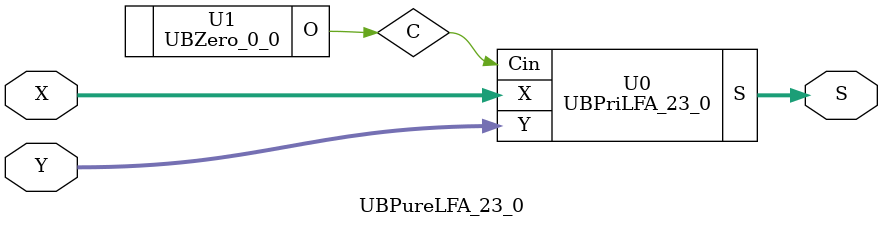
<source format=v>
/*----------------------------------------------------------------------------
  Copyright (c) 2021 Homma laboratory. All rights reserved.

  Top module: UBLFA_23_0_23_0

  Operand-1 length: 24
  Operand-2 length: 24
  Two-operand addition algorithm: Ladner-Fischer adder
----------------------------------------------------------------------------*/

module GPGenerator(Go, Po, A, B);
  output Go;
  output Po;
  input A;
  input B;
  assign Go = A & B;
  assign Po = A ^ B;
endmodule

module CarryOperator(Go, Po, Gi1, Pi1, Gi2, Pi2);
  output Go;
  output Po;
  input Gi1;
  input Gi2;
  input Pi1;
  input Pi2;
  assign Go = Gi1 | ( Gi2 & Pi1 );
  assign Po = Pi1 & Pi2;
endmodule

module UBPriLFA_23_0(S, X, Y, Cin);
  output [24:0] S;
  input Cin;
  input [23:0] X;
  input [23:0] Y;
  wire [23:0] G0;
  wire [23:0] G1;
  wire [23:0] G2;
  wire [23:0] G3;
  wire [23:0] G4;
  wire [23:0] G5;
  wire [23:0] P0;
  wire [23:0] P1;
  wire [23:0] P2;
  wire [23:0] P3;
  wire [23:0] P4;
  wire [23:0] P5;
  assign P1[0] = P0[0];
  assign G1[0] = G0[0];
  assign P1[2] = P0[2];
  assign G1[2] = G0[2];
  assign P1[4] = P0[4];
  assign G1[4] = G0[4];
  assign P1[6] = P0[6];
  assign G1[6] = G0[6];
  assign P1[8] = P0[8];
  assign G1[8] = G0[8];
  assign P1[10] = P0[10];
  assign G1[10] = G0[10];
  assign P1[12] = P0[12];
  assign G1[12] = G0[12];
  assign P1[14] = P0[14];
  assign G1[14] = G0[14];
  assign P1[16] = P0[16];
  assign G1[16] = G0[16];
  assign P1[18] = P0[18];
  assign G1[18] = G0[18];
  assign P1[20] = P0[20];
  assign G1[20] = G0[20];
  assign P1[22] = P0[22];
  assign G1[22] = G0[22];
  assign P2[0] = P1[0];
  assign G2[0] = G1[0];
  assign P2[1] = P1[1];
  assign G2[1] = G1[1];
  assign P2[4] = P1[4];
  assign G2[4] = G1[4];
  assign P2[5] = P1[5];
  assign G2[5] = G1[5];
  assign P2[8] = P1[8];
  assign G2[8] = G1[8];
  assign P2[9] = P1[9];
  assign G2[9] = G1[9];
  assign P2[12] = P1[12];
  assign G2[12] = G1[12];
  assign P2[13] = P1[13];
  assign G2[13] = G1[13];
  assign P2[16] = P1[16];
  assign G2[16] = G1[16];
  assign P2[17] = P1[17];
  assign G2[17] = G1[17];
  assign P2[20] = P1[20];
  assign G2[20] = G1[20];
  assign P2[21] = P1[21];
  assign G2[21] = G1[21];
  assign P3[0] = P2[0];
  assign G3[0] = G2[0];
  assign P3[1] = P2[1];
  assign G3[1] = G2[1];
  assign P3[2] = P2[2];
  assign G3[2] = G2[2];
  assign P3[3] = P2[3];
  assign G3[3] = G2[3];
  assign P3[8] = P2[8];
  assign G3[8] = G2[8];
  assign P3[9] = P2[9];
  assign G3[9] = G2[9];
  assign P3[10] = P2[10];
  assign G3[10] = G2[10];
  assign P3[11] = P2[11];
  assign G3[11] = G2[11];
  assign P3[16] = P2[16];
  assign G3[16] = G2[16];
  assign P3[17] = P2[17];
  assign G3[17] = G2[17];
  assign P3[18] = P2[18];
  assign G3[18] = G2[18];
  assign P3[19] = P2[19];
  assign G3[19] = G2[19];
  assign P4[0] = P3[0];
  assign G4[0] = G3[0];
  assign P4[1] = P3[1];
  assign G4[1] = G3[1];
  assign P4[2] = P3[2];
  assign G4[2] = G3[2];
  assign P4[3] = P3[3];
  assign G4[3] = G3[3];
  assign P4[4] = P3[4];
  assign G4[4] = G3[4];
  assign P4[5] = P3[5];
  assign G4[5] = G3[5];
  assign P4[6] = P3[6];
  assign G4[6] = G3[6];
  assign P4[7] = P3[7];
  assign G4[7] = G3[7];
  assign P4[16] = P3[16];
  assign G4[16] = G3[16];
  assign P4[17] = P3[17];
  assign G4[17] = G3[17];
  assign P4[18] = P3[18];
  assign G4[18] = G3[18];
  assign P4[19] = P3[19];
  assign G4[19] = G3[19];
  assign P4[20] = P3[20];
  assign G4[20] = G3[20];
  assign P4[21] = P3[21];
  assign G4[21] = G3[21];
  assign P4[22] = P3[22];
  assign G4[22] = G3[22];
  assign P4[23] = P3[23];
  assign G4[23] = G3[23];
  assign P5[0] = P4[0];
  assign G5[0] = G4[0];
  assign P5[1] = P4[1];
  assign G5[1] = G4[1];
  assign P5[2] = P4[2];
  assign G5[2] = G4[2];
  assign P5[3] = P4[3];
  assign G5[3] = G4[3];
  assign P5[4] = P4[4];
  assign G5[4] = G4[4];
  assign P5[5] = P4[5];
  assign G5[5] = G4[5];
  assign P5[6] = P4[6];
  assign G5[6] = G4[6];
  assign P5[7] = P4[7];
  assign G5[7] = G4[7];
  assign P5[8] = P4[8];
  assign G5[8] = G4[8];
  assign P5[9] = P4[9];
  assign G5[9] = G4[9];
  assign P5[10] = P4[10];
  assign G5[10] = G4[10];
  assign P5[11] = P4[11];
  assign G5[11] = G4[11];
  assign P5[12] = P4[12];
  assign G5[12] = G4[12];
  assign P5[13] = P4[13];
  assign G5[13] = G4[13];
  assign P5[14] = P4[14];
  assign G5[14] = G4[14];
  assign P5[15] = P4[15];
  assign G5[15] = G4[15];
  assign S[0] = Cin ^ P0[0];
  assign S[1] = ( G5[0] | ( P5[0] & Cin ) ) ^ P0[1];
  assign S[2] = ( G5[1] | ( P5[1] & Cin ) ) ^ P0[2];
  assign S[3] = ( G5[2] | ( P5[2] & Cin ) ) ^ P0[3];
  assign S[4] = ( G5[3] | ( P5[3] & Cin ) ) ^ P0[4];
  assign S[5] = ( G5[4] | ( P5[4] & Cin ) ) ^ P0[5];
  assign S[6] = ( G5[5] | ( P5[5] & Cin ) ) ^ P0[6];
  assign S[7] = ( G5[6] | ( P5[6] & Cin ) ) ^ P0[7];
  assign S[8] = ( G5[7] | ( P5[7] & Cin ) ) ^ P0[8];
  assign S[9] = ( G5[8] | ( P5[8] & Cin ) ) ^ P0[9];
  assign S[10] = ( G5[9] | ( P5[9] & Cin ) ) ^ P0[10];
  assign S[11] = ( G5[10] | ( P5[10] & Cin ) ) ^ P0[11];
  assign S[12] = ( G5[11] | ( P5[11] & Cin ) ) ^ P0[12];
  assign S[13] = ( G5[12] | ( P5[12] & Cin ) ) ^ P0[13];
  assign S[14] = ( G5[13] | ( P5[13] & Cin ) ) ^ P0[14];
  assign S[15] = ( G5[14] | ( P5[14] & Cin ) ) ^ P0[15];
  assign S[16] = ( G5[15] | ( P5[15] & Cin ) ) ^ P0[16];
  assign S[17] = ( G5[16] | ( P5[16] & Cin ) ) ^ P0[17];
  assign S[18] = ( G5[17] | ( P5[17] & Cin ) ) ^ P0[18];
  assign S[19] = ( G5[18] | ( P5[18] & Cin ) ) ^ P0[19];
  assign S[20] = ( G5[19] | ( P5[19] & Cin ) ) ^ P0[20];
  assign S[21] = ( G5[20] | ( P5[20] & Cin ) ) ^ P0[21];
  assign S[22] = ( G5[21] | ( P5[21] & Cin ) ) ^ P0[22];
  assign S[23] = ( G5[22] | ( P5[22] & Cin ) ) ^ P0[23];
  assign S[24] = G5[23] | ( P5[23] & Cin );
  GPGenerator U0 (G0[0], P0[0], X[0], Y[0]);
  GPGenerator U1 (G0[1], P0[1], X[1], Y[1]);
  GPGenerator U2 (G0[2], P0[2], X[2], Y[2]);
  GPGenerator U3 (G0[3], P0[3], X[3], Y[3]);
  GPGenerator U4 (G0[4], P0[4], X[4], Y[4]);
  GPGenerator U5 (G0[5], P0[5], X[5], Y[5]);
  GPGenerator U6 (G0[6], P0[6], X[6], Y[6]);
  GPGenerator U7 (G0[7], P0[7], X[7], Y[7]);
  GPGenerator U8 (G0[8], P0[8], X[8], Y[8]);
  GPGenerator U9 (G0[9], P0[9], X[9], Y[9]);
  GPGenerator U10 (G0[10], P0[10], X[10], Y[10]);
  GPGenerator U11 (G0[11], P0[11], X[11], Y[11]);
  GPGenerator U12 (G0[12], P0[12], X[12], Y[12]);
  GPGenerator U13 (G0[13], P0[13], X[13], Y[13]);
  GPGenerator U14 (G0[14], P0[14], X[14], Y[14]);
  GPGenerator U15 (G0[15], P0[15], X[15], Y[15]);
  GPGenerator U16 (G0[16], P0[16], X[16], Y[16]);
  GPGenerator U17 (G0[17], P0[17], X[17], Y[17]);
  GPGenerator U18 (G0[18], P0[18], X[18], Y[18]);
  GPGenerator U19 (G0[19], P0[19], X[19], Y[19]);
  GPGenerator U20 (G0[20], P0[20], X[20], Y[20]);
  GPGenerator U21 (G0[21], P0[21], X[21], Y[21]);
  GPGenerator U22 (G0[22], P0[22], X[22], Y[22]);
  GPGenerator U23 (G0[23], P0[23], X[23], Y[23]);
  CarryOperator U24 (G1[1], P1[1], G0[1], P0[1], G0[0], P0[0]);
  CarryOperator U25 (G1[3], P1[3], G0[3], P0[3], G0[2], P0[2]);
  CarryOperator U26 (G1[5], P1[5], G0[5], P0[5], G0[4], P0[4]);
  CarryOperator U27 (G1[7], P1[7], G0[7], P0[7], G0[6], P0[6]);
  CarryOperator U28 (G1[9], P1[9], G0[9], P0[9], G0[8], P0[8]);
  CarryOperator U29 (G1[11], P1[11], G0[11], P0[11], G0[10], P0[10]);
  CarryOperator U30 (G1[13], P1[13], G0[13], P0[13], G0[12], P0[12]);
  CarryOperator U31 (G1[15], P1[15], G0[15], P0[15], G0[14], P0[14]);
  CarryOperator U32 (G1[17], P1[17], G0[17], P0[17], G0[16], P0[16]);
  CarryOperator U33 (G1[19], P1[19], G0[19], P0[19], G0[18], P0[18]);
  CarryOperator U34 (G1[21], P1[21], G0[21], P0[21], G0[20], P0[20]);
  CarryOperator U35 (G1[23], P1[23], G0[23], P0[23], G0[22], P0[22]);
  CarryOperator U36 (G2[2], P2[2], G1[2], P1[2], G1[1], P1[1]);
  CarryOperator U37 (G2[3], P2[3], G1[3], P1[3], G1[1], P1[1]);
  CarryOperator U38 (G2[6], P2[6], G1[6], P1[6], G1[5], P1[5]);
  CarryOperator U39 (G2[7], P2[7], G1[7], P1[7], G1[5], P1[5]);
  CarryOperator U40 (G2[10], P2[10], G1[10], P1[10], G1[9], P1[9]);
  CarryOperator U41 (G2[11], P2[11], G1[11], P1[11], G1[9], P1[9]);
  CarryOperator U42 (G2[14], P2[14], G1[14], P1[14], G1[13], P1[13]);
  CarryOperator U43 (G2[15], P2[15], G1[15], P1[15], G1[13], P1[13]);
  CarryOperator U44 (G2[18], P2[18], G1[18], P1[18], G1[17], P1[17]);
  CarryOperator U45 (G2[19], P2[19], G1[19], P1[19], G1[17], P1[17]);
  CarryOperator U46 (G2[22], P2[22], G1[22], P1[22], G1[21], P1[21]);
  CarryOperator U47 (G2[23], P2[23], G1[23], P1[23], G1[21], P1[21]);
  CarryOperator U48 (G3[4], P3[4], G2[4], P2[4], G2[3], P2[3]);
  CarryOperator U49 (G3[5], P3[5], G2[5], P2[5], G2[3], P2[3]);
  CarryOperator U50 (G3[6], P3[6], G2[6], P2[6], G2[3], P2[3]);
  CarryOperator U51 (G3[7], P3[7], G2[7], P2[7], G2[3], P2[3]);
  CarryOperator U52 (G3[12], P3[12], G2[12], P2[12], G2[11], P2[11]);
  CarryOperator U53 (G3[13], P3[13], G2[13], P2[13], G2[11], P2[11]);
  CarryOperator U54 (G3[14], P3[14], G2[14], P2[14], G2[11], P2[11]);
  CarryOperator U55 (G3[15], P3[15], G2[15], P2[15], G2[11], P2[11]);
  CarryOperator U56 (G3[20], P3[20], G2[20], P2[20], G2[19], P2[19]);
  CarryOperator U57 (G3[21], P3[21], G2[21], P2[21], G2[19], P2[19]);
  CarryOperator U58 (G3[22], P3[22], G2[22], P2[22], G2[19], P2[19]);
  CarryOperator U59 (G3[23], P3[23], G2[23], P2[23], G2[19], P2[19]);
  CarryOperator U60 (G4[8], P4[8], G3[8], P3[8], G3[7], P3[7]);
  CarryOperator U61 (G4[9], P4[9], G3[9], P3[9], G3[7], P3[7]);
  CarryOperator U62 (G4[10], P4[10], G3[10], P3[10], G3[7], P3[7]);
  CarryOperator U63 (G4[11], P4[11], G3[11], P3[11], G3[7], P3[7]);
  CarryOperator U64 (G4[12], P4[12], G3[12], P3[12], G3[7], P3[7]);
  CarryOperator U65 (G4[13], P4[13], G3[13], P3[13], G3[7], P3[7]);
  CarryOperator U66 (G4[14], P4[14], G3[14], P3[14], G3[7], P3[7]);
  CarryOperator U67 (G4[15], P4[15], G3[15], P3[15], G3[7], P3[7]);
  CarryOperator U68 (G5[16], P5[16], G4[16], P4[16], G4[15], P4[15]);
  CarryOperator U69 (G5[17], P5[17], G4[17], P4[17], G4[15], P4[15]);
  CarryOperator U70 (G5[18], P5[18], G4[18], P4[18], G4[15], P4[15]);
  CarryOperator U71 (G5[19], P5[19], G4[19], P4[19], G4[15], P4[15]);
  CarryOperator U72 (G5[20], P5[20], G4[20], P4[20], G4[15], P4[15]);
  CarryOperator U73 (G5[21], P5[21], G4[21], P4[21], G4[15], P4[15]);
  CarryOperator U74 (G5[22], P5[22], G4[22], P4[22], G4[15], P4[15]);
  CarryOperator U75 (G5[23], P5[23], G4[23], P4[23], G4[15], P4[15]);
endmodule

module UBZero_0_0(O);
  output [0:0] O;
  assign O[0] = 0;
endmodule

module UBLFA_23_0_23_0 (S, X, Y);
  output [24:0] S;
  input [23:0] X;
  input [23:0] Y;
  UBPureLFA_23_0 U0 (S[24:0], X[23:0], Y[23:0]);
endmodule

module UBPureLFA_23_0 (S, X, Y);
  output [24:0] S;
  input [23:0] X;
  input [23:0] Y;
  wire C;
  UBPriLFA_23_0 U0 (S, X, Y, C);
  UBZero_0_0 U1 (C);
endmodule


</source>
